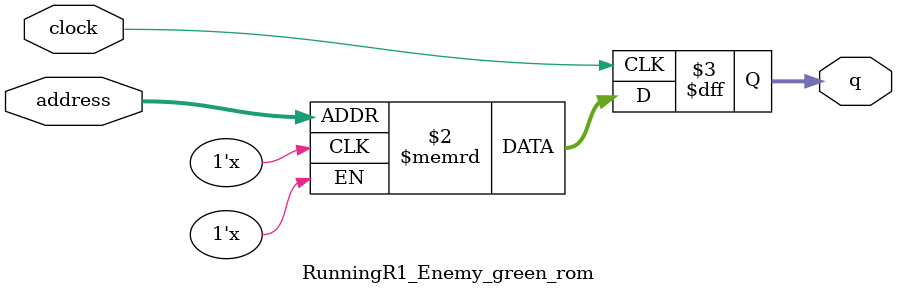
<source format=sv>
module RunningR1_Enemy_green_rom (
	input logic clock,
	input logic [11:0] address,
	output logic [2:0] q
);

logic [2:0] memory [0:2639] /* synthesis ram_init_file = "./RunningR1_Enemy_green/RunningR1_Enemy_green.mif" */;

always_ff @ (posedge clock) begin
	q <= memory[address];
end

endmodule

</source>
